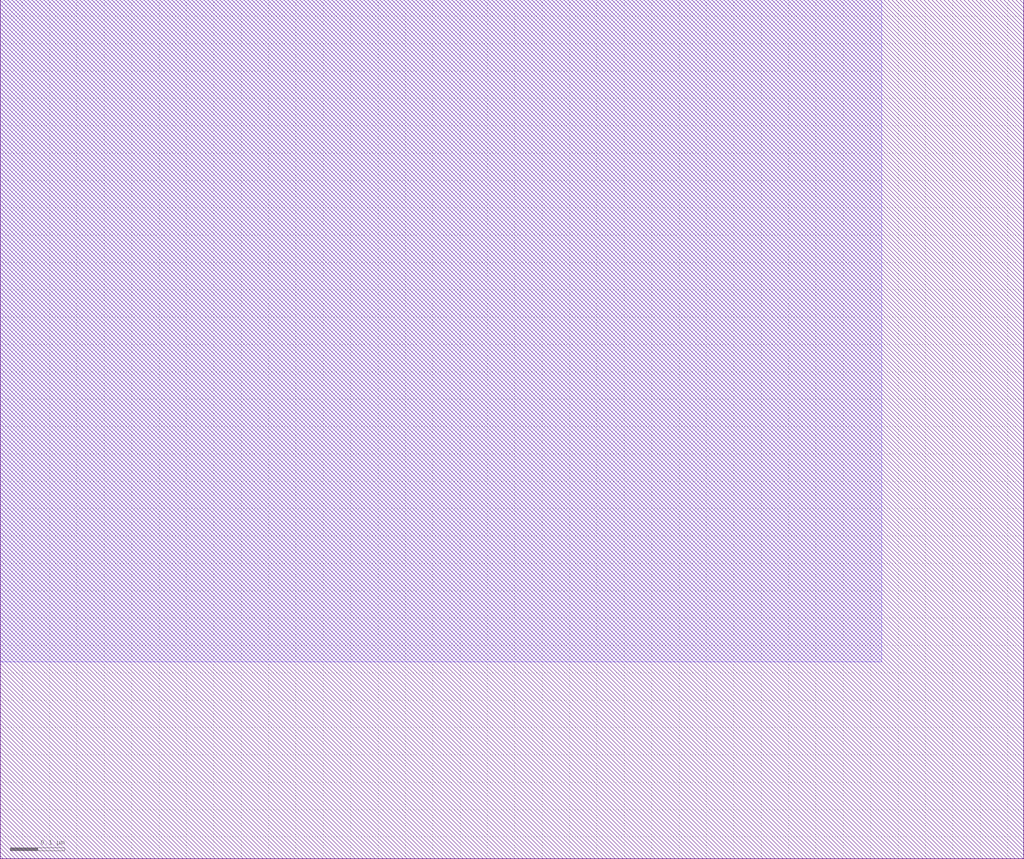
<source format=lef>
VERSION 5.7 ;
  NOWIREEXTENSIONATPIN ON ;
  DIVIDERCHAR "/" ;
  BUSBITCHARS "[]" ;
UNITS
  DATABASE MICRONS 200 ;
END UNITS

LAYER via2
  TYPE CUT ;
END via2

LAYER via
  TYPE CUT ;
END via

LAYER nwell
  TYPE MASTERSLICE ;
END nwell

LAYER via3
  TYPE CUT ;
END via3

LAYER pwell
  TYPE MASTERSLICE ;
END pwell

LAYER via4
  TYPE CUT ;
END via4

LAYER mcon
  TYPE CUT ;
END mcon

LAYER met6
  TYPE ROUTING ;
  WIDTH 0.030000 ;
  SPACING 0.040000 ;
  DIRECTION HORIZONTAL ;
END met6

LAYER met1
  TYPE ROUTING ;
  WIDTH 0.140000 ;
  SPACING 0.140000 ;
  DIRECTION HORIZONTAL ;
END met1

LAYER met3
  TYPE ROUTING ;
  WIDTH 0.300000 ;
  SPACING 0.300000 ;
  DIRECTION HORIZONTAL ;
END met3

LAYER met2
  TYPE ROUTING ;
  WIDTH 0.140000 ;
  SPACING 0.140000 ;
  DIRECTION HORIZONTAL ;
END met2

LAYER met4
  TYPE ROUTING ;
  WIDTH 0.300000 ;
  SPACING 0.300000 ;
  DIRECTION HORIZONTAL ;
END met4

LAYER met5
  TYPE ROUTING ;
  WIDTH 1.600000 ;
  SPACING 1.600000 ;
  DIRECTION HORIZONTAL ;
END met5

LAYER li1
  TYPE ROUTING ;
  WIDTH 0.170000 ;
  SPACING 0.170000 ;
  DIRECTION HORIZONTAL ;
END li1

MACRO sky130_hilas_pfetdevice01c
  CLASS BLOCK ;
  FOREIGN sky130_hilas_pfetdevice01c ;
  ORIGIN 0.790 1.140 ;
  SIZE 1.870 BY 1.570 ;
  OBS
      LAYER nwell ;
        RECT -0.790 -0.780 0.820 0.430 ;
  END
END sky130_hilas_pfetdevice01c
END LIBRARY


</source>
